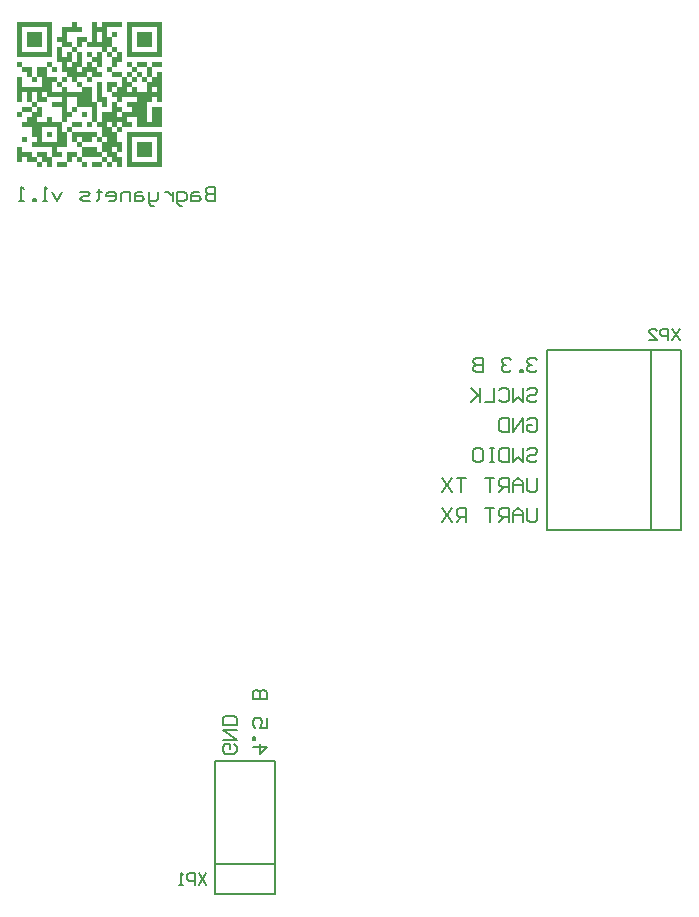
<source format=gbr>
G04*
G04 #@! TF.GenerationSoftware,Altium Limited,Altium Designer,24.3.1 (35)*
G04*
G04 Layer_Color=32896*
%FSAX25Y25*%
%MOIN*%
G70*
G04*
G04 #@! TF.SameCoordinates,A3C2EEE2-FC71-4F10-AF2F-9764D03318EB*
G04*
G04*
G04 #@! TF.FilePolarity,Positive*
G04*
G01*
G75*
%ADD11C,0.00787*%
G36*
X0042853Y0302165D02*
X0037856Y0302165D01*
X0037856Y0298834D01*
X0039521Y0298834D01*
X0039521Y0295502D01*
X0041187Y0295502D01*
X0041187Y0293837D01*
X0042853Y0293837D01*
X0042853Y0290506D01*
X0041187Y0290506D01*
X0041187Y0288840D01*
X0039521Y0288840D01*
X0039521Y0292171D01*
X0037856Y0292171D01*
X0037856Y0293837D01*
X0036190Y0293837D01*
X0036190Y0295502D01*
X0031193Y0295502D01*
X0031193Y0297168D01*
X0029528Y0297168D01*
X0029528Y0295502D01*
X0027862Y0295502D01*
X0027862Y0298001D01*
X0027862Y0298417D01*
X0027862Y0298834D01*
X0031193Y0298834D01*
X0031193Y0297168D01*
X0032859Y0297168D01*
X0032859Y0303831D01*
X0034524Y0303831D01*
X0034524Y0302165D01*
X0036190Y0302165D01*
X0036190Y0303831D01*
X0042853Y0303831D01*
X0042853Y0302165D01*
X0042853Y0302165D02*
G37*
G36*
X0041187Y0298834D02*
X0039521Y0298834D01*
X0039521Y0300499D01*
X0041187Y0300499D01*
X0041187Y0298834D01*
X0041187Y0298834D02*
G37*
G36*
X0056177Y0292171D02*
X0044518Y0292171D01*
X0044518Y0303831D01*
X0056177Y0303831D01*
X0056177Y0292171D01*
X0056177Y0292171D02*
G37*
G36*
X0036190Y0288840D02*
X0034524Y0288840D01*
X0034524Y0290506D01*
X0032859Y0290506D01*
X0032859Y0292171D01*
X0031193Y0292171D01*
X0031193Y0293837D01*
X0032859Y0293837D01*
X0032859Y0292171D01*
X0034524Y0292171D01*
X0034524Y0293837D01*
X0036190Y0293837D01*
X0036190Y0288840D01*
X0036190Y0288840D02*
G37*
G36*
X0019534Y0292171D02*
X0007875Y0292171D01*
X0007875Y0303831D01*
X0019534Y0303831D01*
X0019534Y0292171D01*
X0019534Y0292171D02*
G37*
G36*
X0027862Y0302165D02*
X0029528Y0302165D01*
X0029528Y0300499D01*
X0024531Y0300499D01*
X0024531Y0297168D01*
X0026196Y0297168D01*
X0026196Y0296335D01*
X0026196Y0295919D01*
X0026196Y0295502D01*
X0027862Y0295502D01*
X0027862Y0293837D01*
X0029528Y0293837D01*
X0029528Y0288840D01*
X0031193Y0288840D01*
X0031193Y0290506D01*
X0032859Y0290506D01*
X0032859Y0288840D01*
X0034524Y0288840D01*
X0034524Y0287174D01*
X0036190Y0287174D01*
X0036190Y0285509D01*
X0032859Y0285509D01*
X0032859Y0287174D01*
X0031193Y0287174D01*
X0031193Y0285509D01*
X0032859Y0285509D01*
X0032859Y0284260D01*
X0032859Y0283843D01*
X0031193Y0283843D01*
X0031193Y0285509D01*
X0027862Y0285509D01*
X0027862Y0283843D01*
X0029528Y0283843D01*
X0029528Y0282177D01*
X0032859Y0282177D01*
X0032859Y0277181D01*
X0034524Y0277181D01*
X0034524Y0270518D01*
X0036190Y0270518D01*
X0036190Y0273849D01*
X0039521Y0273849D01*
X0039521Y0277181D01*
X0041187Y0277181D01*
X0041187Y0275515D01*
X0042853Y0275515D01*
X0042853Y0273849D01*
X0046184Y0273849D01*
X0046184Y0275515D01*
X0044518Y0275515D01*
X0044518Y0277181D01*
X0047849Y0277181D01*
X0047849Y0278846D01*
X0042853Y0278846D01*
X0042853Y0277181D01*
X0041187Y0277181D01*
X0041187Y0278846D01*
X0039521Y0278846D01*
X0039521Y0280512D01*
X0037856Y0280512D01*
X0037856Y0280928D01*
X0037856Y0281345D01*
X0037856Y0283843D01*
X0041187Y0283843D01*
X0041187Y0282177D01*
X0042853Y0282177D01*
X0042853Y0285509D01*
X0039521Y0285509D01*
X0039521Y0287174D01*
X0037856Y0287174D01*
X0037856Y0288840D01*
X0039521Y0288840D01*
X0039521Y0288423D01*
X0039521Y0288007D01*
X0039521Y0287174D01*
X0042853Y0287174D01*
X0042853Y0286342D01*
X0042853Y0285925D01*
X0042853Y0285509D01*
X0044518Y0285509D01*
X0044518Y0283843D01*
X0046184Y0283843D01*
X0046184Y0282177D01*
X0047849Y0282177D01*
X0047849Y0280512D01*
X0051181Y0280512D01*
X0051181Y0283843D01*
X0049515Y0283843D01*
X0049515Y0285509D01*
X0047849Y0285509D01*
X0047849Y0287174D01*
X0046184Y0287174D01*
X0046184Y0288840D01*
X0044518Y0288840D01*
X0044518Y0290506D01*
X0046184Y0290506D01*
X0046184Y0289256D01*
X0046184Y0288840D01*
X0047849Y0288840D01*
X0047849Y0287174D01*
X0049515Y0287174D01*
X0049515Y0285509D01*
X0051181Y0285509D01*
X0051181Y0283843D01*
X0052846Y0283843D01*
X0052846Y0285509D01*
X0051181Y0285509D01*
X0051181Y0287174D01*
X0051181Y0287591D01*
X0051181Y0288840D01*
X0047849Y0288840D01*
X0047849Y0290506D01*
X0051181Y0290506D01*
X0051181Y0288840D01*
X0052846Y0288840D01*
X0052846Y0285509D01*
X0054512Y0285509D01*
X0054512Y0287174D01*
X0056177Y0287174D01*
X0056177Y0277181D01*
X0054512Y0277181D01*
X0054512Y0278846D01*
X0052846Y0278846D01*
X0052846Y0277181D01*
X0051181Y0277181D01*
X0051181Y0270518D01*
X0052846Y0270518D01*
X0052846Y0275515D01*
X0056177Y0275515D01*
X0056177Y0268852D01*
X0047849Y0268852D01*
X0047849Y0272184D01*
X0044518Y0272184D01*
X0044518Y0270518D01*
X0046184Y0270518D01*
X0046184Y0268852D01*
X0042853Y0268852D01*
X0042853Y0270518D01*
X0041187Y0270518D01*
X0041187Y0268852D01*
X0042853Y0268852D01*
X0042853Y0267187D01*
X0041187Y0267187D01*
X0041187Y0268852D01*
X0039521Y0268852D01*
X0039521Y0270518D01*
X0037856Y0270518D01*
X0037856Y0268852D01*
X0039521Y0268852D01*
X0039521Y0267187D01*
X0041187Y0267187D01*
X0041187Y0263856D01*
X0042853Y0263856D01*
X0042853Y0260524D01*
X0041187Y0260524D01*
X0041187Y0262190D01*
X0039521Y0262190D01*
X0039521Y0260524D01*
X0041187Y0260524D01*
X0041187Y0258859D01*
X0042853Y0258859D01*
X0042853Y0255527D01*
X0041187Y0255527D01*
X0041187Y0257193D01*
X0039521Y0257193D01*
X0039521Y0258859D01*
X0037856Y0258859D01*
X0037856Y0260524D01*
X0036190Y0260524D01*
X0036190Y0263856D01*
X0034524Y0263856D01*
X0034524Y0264272D01*
X0034524Y0264688D01*
X0034524Y0265521D01*
X0032859Y0265521D01*
X0032859Y0263856D01*
X0029528Y0263856D01*
X0029528Y0265521D01*
X0027862Y0265521D01*
X0027862Y0263856D01*
X0029528Y0263856D01*
X0029528Y0262190D01*
X0034524Y0262190D01*
X0034524Y0260524D01*
X0036190Y0260524D01*
X0036190Y0258859D01*
X0037856Y0258859D01*
X0037856Y0257193D01*
X0039521Y0257193D01*
X0039521Y0256360D01*
X0039521Y0255944D01*
X0039521Y0255527D01*
X0037856Y0255527D01*
X0037856Y0257193D01*
X0036190Y0257193D01*
X0036190Y0258026D01*
X0036190Y0258442D01*
X0036190Y0258859D01*
X0029528Y0258859D01*
X0029528Y0262190D01*
X0027862Y0262190D01*
X0027862Y0263439D01*
X0027862Y0263856D01*
X0026196Y0263856D01*
X0026196Y0267187D01*
X0024531Y0267187D01*
X0024531Y0268852D01*
X0026196Y0268852D01*
X0026196Y0267187D01*
X0034524Y0267187D01*
X0034524Y0265521D01*
X0036190Y0265521D01*
X0036190Y0263856D01*
X0037856Y0263856D01*
X0037856Y0265521D01*
X0036190Y0265521D01*
X0036190Y0268852D01*
X0034524Y0268852D01*
X0034524Y0270518D01*
X0032859Y0270518D01*
X0032859Y0275515D01*
X0027862Y0275515D01*
X0027862Y0278846D01*
X0024531Y0278846D01*
X0024531Y0273849D01*
X0026196Y0273849D01*
X0026196Y0272184D01*
X0024531Y0272184D01*
X0024531Y0270518D01*
X0022865Y0270518D01*
X0022865Y0275515D01*
X0019534Y0275515D01*
X0019534Y0277181D01*
X0022865Y0277181D01*
X0022865Y0278846D01*
X0017868Y0278846D01*
X0017868Y0280512D01*
X0016203Y0280512D01*
X0016203Y0278846D01*
X0017868Y0278846D01*
X0017868Y0277181D01*
X0014537Y0277181D01*
X0014537Y0280512D01*
X0012871Y0280512D01*
X0012871Y0277181D01*
X0014537Y0277181D01*
X0014537Y0275515D01*
X0016203Y0275515D01*
X0016203Y0272184D01*
X0014537Y0272184D01*
X0014537Y0270518D01*
X0017868Y0270518D01*
X0017868Y0272184D01*
X0019534Y0272184D01*
X0019534Y0270518D01*
X0022865Y0270518D01*
X0022865Y0267187D01*
X0024531Y0267187D01*
X0024531Y0262190D01*
X0021200Y0262190D01*
X0021200Y0260524D01*
X0022865Y0260524D01*
X0022865Y0259692D01*
X0022865Y0259275D01*
X0022865Y0258859D01*
X0019534Y0258859D01*
X0019534Y0262190D01*
X0012871Y0262190D01*
X0012871Y0263856D01*
X0014537Y0263856D01*
X0014537Y0265521D01*
X0012871Y0265521D01*
X0012871Y0268852D01*
X0009540Y0268852D01*
X0009540Y0270518D01*
X0011206Y0270518D01*
X0011206Y0272184D01*
X0012871Y0272184D01*
X0012871Y0273849D01*
X0009540Y0273849D01*
X0009540Y0275515D01*
X0012871Y0275515D01*
X0012871Y0273849D01*
X0014537Y0273849D01*
X0014537Y0275515D01*
X0012871Y0275515D01*
X0012871Y0277181D01*
X0011206Y0277181D01*
X0011206Y0280512D01*
X0009540Y0280512D01*
X0009540Y0277181D01*
X0007875Y0277181D01*
X0007875Y0285509D01*
X0009540Y0285509D01*
X0009540Y0282177D01*
X0016203Y0282177D01*
X0016203Y0285509D01*
X0014537Y0285509D01*
X0014537Y0288840D01*
X0017868Y0288840D01*
X0017868Y0285509D01*
X0021200Y0285509D01*
X0021200Y0283843D01*
X0022865Y0283843D01*
X0022865Y0282177D01*
X0024531Y0282177D01*
X0024531Y0280512D01*
X0029528Y0280512D01*
X0029528Y0282177D01*
X0027862Y0282177D01*
X0027862Y0282594D01*
X0027862Y0283010D01*
X0027862Y0283843D01*
X0026196Y0283843D01*
X0026196Y0285509D01*
X0024531Y0285509D01*
X0024531Y0287174D01*
X0022865Y0287174D01*
X0022865Y0290506D01*
X0021200Y0290506D01*
X0021200Y0295502D01*
X0022865Y0295502D01*
X0022865Y0292171D01*
X0024531Y0292171D01*
X0024531Y0293837D01*
X0026196Y0293837D01*
X0026196Y0290506D01*
X0027862Y0290506D01*
X0027862Y0293837D01*
X0026196Y0293837D01*
X0026196Y0295502D01*
X0022865Y0295502D01*
X0022865Y0297168D01*
X0021200Y0297168D01*
X0021200Y0298834D01*
X0022865Y0298834D01*
X0022865Y0302165D01*
X0026196Y0302165D01*
X0026196Y0303831D01*
X0027862Y0303831D01*
X0027862Y0302165D01*
X0027862Y0302165D02*
G37*
G36*
X0056177Y0289673D02*
X0056177Y0289256D01*
X0056177Y0288840D01*
X0052846Y0288840D01*
X0052846Y0290506D01*
X0056177Y0290506D01*
X0056177Y0289673D01*
X0056177Y0289673D02*
G37*
G36*
X0019534Y0288840D02*
X0021200Y0288840D01*
X0021200Y0288423D01*
X0021200Y0287174D01*
X0019534Y0287174D01*
X0019534Y0288840D01*
X0017868Y0288840D01*
X0017868Y0290506D01*
X0019534Y0290506D01*
X0019534Y0288840D01*
X0019534Y0288840D02*
G37*
G36*
X0046184Y0285509D02*
X0047849Y0285509D01*
X0047849Y0283843D01*
X0046184Y0283843D01*
X0046184Y0285509D01*
X0044518Y0285509D01*
X0044518Y0287174D01*
X0046184Y0287174D01*
X0046184Y0285509D01*
X0046184Y0285509D02*
G37*
G36*
X0024531Y0283843D02*
X0022865Y0283843D01*
X0022865Y0285509D01*
X0024531Y0285509D01*
X0024531Y0283843D01*
X0024531Y0283843D02*
G37*
G36*
X0009540Y0288840D02*
X0012871Y0288840D01*
X0012871Y0285509D01*
X0014537Y0285509D01*
X0014537Y0283843D01*
X0012871Y0283843D01*
X0012871Y0285509D01*
X0011206Y0285509D01*
X0011206Y0287174D01*
X0009540Y0287174D01*
X0009540Y0288840D01*
X0007875Y0288840D01*
X0007875Y0290506D01*
X0009540Y0290506D01*
X0009540Y0288840D01*
X0009540Y0288840D02*
G37*
G36*
X0036190Y0278846D02*
X0037856Y0278846D01*
X0037856Y0275515D01*
X0036190Y0275515D01*
X0036190Y0277181D01*
X0034524Y0277181D01*
X0034524Y0277597D01*
X0034524Y0278013D01*
X0034524Y0283843D01*
X0036190Y0283843D01*
X0036190Y0278846D01*
X0036190Y0278846D02*
G37*
G36*
X0027862Y0273849D02*
X0026196Y0273849D01*
X0026196Y0275515D01*
X0027862Y0275515D01*
X0027862Y0273849D01*
X0027862Y0273849D02*
G37*
G36*
X0031193Y0272184D02*
X0029528Y0272184D01*
X0029528Y0273849D01*
X0031193Y0273849D01*
X0031193Y0272184D01*
X0031193Y0272184D02*
G37*
G36*
X0009540Y0273433D02*
X0009540Y0272184D01*
X0007875Y0272184D01*
X0007875Y0273849D01*
X0009540Y0273849D01*
X0009540Y0273433D01*
X0009540Y0273433D02*
G37*
G36*
X0032859Y0268852D02*
X0031193Y0268852D01*
X0031193Y0270518D01*
X0032859Y0270518D01*
X0032859Y0268852D01*
X0032859Y0268852D02*
G37*
G36*
X0029528Y0268852D02*
X0026196Y0268852D01*
X0026196Y0270518D01*
X0029528Y0270518D01*
X0029528Y0268852D01*
X0029528Y0268852D02*
G37*
G36*
X0011206Y0263856D02*
X0009540Y0263856D01*
X0009540Y0265105D01*
X0009540Y0265521D01*
X0011206Y0265521D01*
X0011206Y0263856D01*
X0011206Y0263856D02*
G37*
G36*
X0056177Y0255527D02*
X0044518Y0255527D01*
X0044518Y0261357D01*
X0044518Y0261774D01*
X0044518Y0267187D01*
X0056177Y0267187D01*
X0056177Y0255527D01*
X0056177Y0255527D02*
G37*
G36*
X0036190Y0256777D02*
X0036190Y0255527D01*
X0032859Y0255527D01*
X0032859Y0257193D01*
X0036190Y0257193D01*
X0036190Y0256777D01*
X0036190Y0256777D02*
G37*
G36*
X0027862Y0258859D02*
X0029528Y0258859D01*
X0029528Y0258026D01*
X0029528Y0257610D01*
X0029528Y0257193D01*
X0031193Y0257193D01*
X0031193Y0255527D01*
X0029528Y0255527D01*
X0029528Y0257193D01*
X0027862Y0257193D01*
X0027862Y0258859D01*
X0026196Y0258859D01*
X0026196Y0257193D01*
X0024531Y0257193D01*
X0024531Y0260524D01*
X0027862Y0260524D01*
X0027862Y0258859D01*
X0027862Y0258859D02*
G37*
G36*
X0024531Y0255527D02*
X0021200Y0255527D01*
X0021200Y0257193D01*
X0024531Y0257193D01*
X0024531Y0255527D01*
X0024531Y0255527D02*
G37*
G36*
X0017868Y0258859D02*
X0019534Y0258859D01*
X0019534Y0255527D01*
X0017868Y0255527D01*
X0017868Y0257193D01*
X0016203Y0257193D01*
X0016203Y0258859D01*
X0014537Y0258859D01*
X0014537Y0260524D01*
X0017868Y0260524D01*
X0017868Y0258859D01*
X0017868Y0258859D02*
G37*
G36*
X0009540Y0260524D02*
X0012871Y0260524D01*
X0012871Y0258859D01*
X0014537Y0258859D01*
X0014537Y0257193D01*
X0016203Y0257193D01*
X0016203Y0255527D01*
X0014537Y0255527D01*
X0014537Y0257193D01*
X0011206Y0257193D01*
X0011206Y0258859D01*
X0009540Y0258859D01*
X0009540Y0257193D01*
X0007875Y0257193D01*
X0007875Y0262190D01*
X0009540Y0262190D01*
X0009540Y0260524D01*
X0009540Y0260524D02*
G37*
%LPC*%
G36*
X0036190Y0300499D02*
X0034524Y0300499D01*
X0034524Y0299250D01*
X0034524Y0298834D01*
X0034524Y0297168D01*
X0036190Y0297168D01*
X0036190Y0300499D01*
X0036190Y0300499D02*
G37*
G36*
X0039521Y0295502D02*
X0037856Y0295502D01*
X0037856Y0293837D01*
X0039521Y0293837D01*
X0039521Y0292171D01*
X0041187Y0292171D01*
X0041187Y0293837D01*
X0039521Y0293837D01*
X0039521Y0295502D01*
X0039521Y0295502D02*
G37*
G36*
X0054512Y0302165D02*
X0046184Y0302165D01*
X0046184Y0293837D01*
X0054512Y0293837D01*
X0054512Y0302165D01*
X0054512Y0302165D02*
G37*
%LPD*%
G36*
X0052846Y0295502D02*
X0047849Y0295502D01*
X0047849Y0300499D01*
X0052846Y0300499D01*
X0052846Y0295502D01*
X0052846Y0295502D02*
G37*
%LPC*%
G36*
X0017868Y0302165D02*
X0009540Y0302165D01*
X0009540Y0293837D01*
X0017868Y0293837D01*
X0017868Y0301748D01*
X0017868Y0302165D01*
X0017868Y0302165D02*
G37*
%LPD*%
G36*
X0016203Y0297584D02*
X0016203Y0297168D01*
X0016203Y0295502D01*
X0011206Y0295502D01*
X0011206Y0300499D01*
X0016203Y0300499D01*
X0016203Y0297584D01*
X0016203Y0297584D02*
G37*
%LPC*%
G36*
X0026196Y0290506D02*
X0024531Y0290506D01*
X0024531Y0288840D01*
X0026196Y0288840D01*
X0026196Y0290506D01*
X0026196Y0290506D02*
G37*
G36*
X0029528Y0288840D02*
X0027862Y0288840D01*
X0027862Y0287174D01*
X0029528Y0287174D01*
X0029528Y0288007D01*
X0029528Y0288423D01*
X0029528Y0288840D01*
X0029528Y0288840D02*
G37*
G36*
X0054512Y0282177D02*
X0052846Y0282177D01*
X0052846Y0281345D01*
X0052846Y0280928D01*
X0052846Y0280512D01*
X0054512Y0280512D01*
X0054512Y0282177D01*
X0054512Y0282177D02*
G37*
G36*
X0046184Y0282177D02*
X0044518Y0282177D01*
X0044518Y0280512D01*
X0046184Y0280512D01*
X0046184Y0282177D01*
X0046184Y0282177D02*
G37*
G36*
X0041187Y0282177D02*
X0039521Y0282177D01*
X0039521Y0280512D01*
X0041187Y0280512D01*
X0041187Y0282177D01*
X0041187Y0282177D02*
G37*
G36*
X0021200Y0283843D02*
X0019534Y0283843D01*
X0019534Y0280512D01*
X0022865Y0280512D01*
X0022865Y0282177D01*
X0021200Y0282177D01*
X0021200Y0283843D01*
X0021200Y0283843D02*
G37*
G36*
X0042853Y0273849D02*
X0041187Y0273849D01*
X0041187Y0272184D01*
X0042853Y0272184D01*
X0042853Y0273849D01*
X0042853Y0273849D02*
G37*
G36*
X0021200Y0268852D02*
X0016203Y0268852D01*
X0016203Y0267603D01*
X0016203Y0267187D01*
X0016203Y0263856D01*
X0021200Y0263856D01*
X0021200Y0268852D01*
X0021200Y0268852D02*
G37*
%LPD*%
G36*
X0019534Y0265521D02*
X0017868Y0265521D01*
X0017868Y0267187D01*
X0019534Y0267187D01*
X0019534Y0265521D01*
X0019534Y0265521D02*
G37*
%LPC*%
G36*
X0054512Y0265521D02*
X0046184Y0265521D01*
X0046184Y0257193D01*
X0054512Y0257193D01*
X0054512Y0265521D01*
X0054512Y0265521D02*
G37*
%LPD*%
G36*
X0052846Y0258859D02*
X0047849Y0258859D01*
X0047849Y0263856D01*
X0052846Y0263856D01*
X0052846Y0258859D01*
X0052846Y0258859D02*
G37*
D11*
X0073858Y0057323D02*
X0093858Y0057323D01*
X0073858Y0023110D02*
X0073858Y0057323D01*
X0093858Y0023110D02*
X0093858Y0057323D01*
X0184646Y0134488D02*
X0184646Y0194488D01*
X0219409Y0194488D01*
X0184646Y0134488D02*
X0219409Y0134488D01*
X0093858Y0013110D02*
X0093858Y0023110D01*
X0073858Y0023110D02*
X0093858Y0023110D01*
X0073858Y0013110D02*
X0073858Y0023110D01*
X0073858Y0013110D02*
X0093858Y0013110D01*
X0229409Y0134488D02*
X0229409Y0194488D01*
X0219409Y0134488D02*
X0229409Y0134488D01*
X0219409Y0134488D02*
X0219409Y0194488D01*
X0229409Y0194488D01*
X0074016Y0248817D02*
X0074016Y0244094D01*
X0071654Y0244094D01*
X0070867Y0244881D01*
X0070867Y0245668D01*
X0071654Y0246455D01*
X0074016Y0246455D01*
X0071654Y0246455D01*
X0070867Y0247243D01*
X0070867Y0248030D01*
X0071654Y0248817D01*
X0074016Y0248817D01*
X0068506Y0247243D02*
X0066931Y0247243D01*
X0066144Y0246455D01*
X0066144Y0244094D01*
X0068506Y0244094D01*
X0069293Y0244881D01*
X0068506Y0245668D01*
X0066144Y0245668D01*
X0062996Y0242520D02*
X0062209Y0242520D01*
X0061421Y0243307D01*
X0061421Y0247243D01*
X0063783Y0247243D01*
X0064570Y0246455D01*
X0064570Y0244881D01*
X0063783Y0244094D01*
X0061421Y0244094D01*
X0059847Y0247243D02*
X0059847Y0244094D01*
X0059847Y0245668D01*
X0059060Y0246455D01*
X0058273Y0247243D01*
X0057486Y0247243D01*
X0055124Y0247243D02*
X0055124Y0244881D01*
X0054337Y0244094D01*
X0051976Y0244094D01*
X0051976Y0243307D01*
X0052763Y0242520D01*
X0053550Y0242520D01*
X0051976Y0244094D02*
X0051976Y0247243D01*
X0049614Y0247243D02*
X0048040Y0247243D01*
X0047253Y0246455D01*
X0047253Y0244094D01*
X0049614Y0244094D01*
X0050401Y0244881D01*
X0049614Y0245668D01*
X0047253Y0245668D01*
X0045678Y0244094D02*
X0045678Y0247243D01*
X0043317Y0247243D01*
X0042530Y0246455D01*
X0042530Y0244094D01*
X0038594Y0244094D02*
X0040168Y0244094D01*
X0040956Y0244881D01*
X0040956Y0246455D01*
X0040168Y0247243D01*
X0038594Y0247243D01*
X0037807Y0246455D01*
X0037807Y0245668D01*
X0040956Y0245668D01*
X0035446Y0248030D02*
X0035446Y0247243D01*
X0036233Y0247243D01*
X0034658Y0247243D01*
X0035446Y0247243D01*
X0035446Y0244881D01*
X0034658Y0244094D01*
X0032297Y0244094D02*
X0029936Y0244094D01*
X0029148Y0244881D01*
X0029936Y0245668D01*
X0031510Y0245668D01*
X0032297Y0246455D01*
X0031510Y0247243D01*
X0029148Y0247243D01*
X0022851Y0247243D02*
X0021277Y0244094D01*
X0019703Y0247243D01*
X0018128Y0244094D02*
X0016554Y0244094D01*
X0017341Y0244094D01*
X0017341Y0248817D01*
X0018128Y0248030D01*
X0014193Y0244094D02*
X0014193Y0244881D01*
X0013405Y0244881D01*
X0013405Y0244094D01*
X0014193Y0244094D01*
X0010257Y0244094D02*
X0008683Y0244094D01*
X0009470Y0244094D01*
X0009470Y0248817D01*
X0010257Y0248030D01*
X0080433Y0062991D02*
X0081220Y0062204D01*
X0081220Y0060630D01*
X0080433Y0059842D01*
X0077284Y0059842D01*
X0076497Y0060630D01*
X0076497Y0062204D01*
X0077284Y0062991D01*
X0078858Y0062991D01*
X0078858Y0061417D01*
X0076497Y0064565D02*
X0081220Y0064565D01*
X0076497Y0067714D01*
X0081220Y0067714D01*
X0081220Y0069288D02*
X0076497Y0069288D01*
X0076497Y0071650D01*
X0077284Y0072437D01*
X0080433Y0072437D01*
X0081220Y0071650D01*
X0081220Y0069288D01*
X0086497Y0062204D02*
X0091220Y0062204D01*
X0088858Y0059842D01*
X0088858Y0062991D01*
X0086497Y0064565D02*
X0087284Y0064565D01*
X0087284Y0065352D01*
X0086497Y0065352D01*
X0086497Y0064565D01*
X0091220Y0071650D02*
X0091220Y0068501D01*
X0088858Y0068501D01*
X0089645Y0070075D01*
X0089645Y0070863D01*
X0088858Y0071650D01*
X0087284Y0071650D01*
X0086497Y0070863D01*
X0086497Y0069288D01*
X0087284Y0068501D01*
X0091220Y0077947D02*
X0086497Y0077947D01*
X0086497Y0080308D01*
X0087284Y0081095D01*
X0088071Y0081095D01*
X0088858Y0080308D01*
X0088858Y0077947D01*
X0088858Y0080308D01*
X0089645Y0081095D01*
X0090433Y0081095D01*
X0091220Y0080308D01*
X0091220Y0077947D01*
X0181299Y0141850D02*
X0181299Y0137914D01*
X0180512Y0137127D01*
X0178938Y0137127D01*
X0178151Y0137914D01*
X0178151Y0141850D01*
X0176576Y0137127D02*
X0176576Y0140275D01*
X0175002Y0141850D01*
X0173428Y0140275D01*
X0173428Y0137127D01*
X0173428Y0139488D01*
X0176576Y0139488D01*
X0171853Y0137127D02*
X0171853Y0141850D01*
X0169492Y0141850D01*
X0168705Y0141062D01*
X0168705Y0139488D01*
X0169492Y0138701D01*
X0171853Y0138701D01*
X0170279Y0138701D02*
X0168705Y0137127D01*
X0167131Y0141850D02*
X0163982Y0141850D01*
X0165556Y0141850D01*
X0165556Y0137127D01*
X0157685Y0137127D02*
X0157685Y0141850D01*
X0155323Y0141850D01*
X0154536Y0141062D01*
X0154536Y0139488D01*
X0155323Y0138701D01*
X0157685Y0138701D01*
X0156111Y0138701D02*
X0154536Y0137127D01*
X0152962Y0141850D02*
X0149813Y0137127D01*
X0149813Y0141850D02*
X0152962Y0137127D01*
X0181299Y0151849D02*
X0181299Y0147914D01*
X0180512Y0147127D01*
X0178938Y0147127D01*
X0178151Y0147914D01*
X0178151Y0151849D01*
X0176576Y0147127D02*
X0176576Y0150275D01*
X0175002Y0151849D01*
X0173428Y0150275D01*
X0173428Y0147127D01*
X0173428Y0149488D01*
X0176576Y0149488D01*
X0171853Y0147127D02*
X0171853Y0151849D01*
X0169492Y0151849D01*
X0168705Y0151062D01*
X0168705Y0149488D01*
X0169492Y0148701D01*
X0171853Y0148701D01*
X0170279Y0148701D02*
X0168705Y0147127D01*
X0167131Y0151849D02*
X0163982Y0151849D01*
X0165556Y0151849D01*
X0165556Y0147127D01*
X0157685Y0151849D02*
X0154536Y0151849D01*
X0156111Y0151849D01*
X0156111Y0147127D01*
X0152962Y0151849D02*
X0149813Y0147127D01*
X0149813Y0151849D02*
X0152962Y0147127D01*
X0178151Y0161062D02*
X0178938Y0161849D01*
X0180512Y0161849D01*
X0181299Y0161062D01*
X0181299Y0160275D01*
X0180512Y0159488D01*
X0178938Y0159488D01*
X0178151Y0158701D01*
X0178151Y0157914D01*
X0178938Y0157127D01*
X0180512Y0157127D01*
X0181299Y0157914D01*
X0176576Y0161849D02*
X0176576Y0157127D01*
X0175002Y0158701D01*
X0173428Y0157127D01*
X0173428Y0161849D01*
X0171853Y0161849D02*
X0171853Y0157127D01*
X0169492Y0157127D01*
X0168705Y0157914D01*
X0168705Y0161062D01*
X0169492Y0161849D01*
X0171853Y0161849D01*
X0167131Y0161849D02*
X0165556Y0161849D01*
X0166343Y0161849D01*
X0166343Y0157127D01*
X0167131Y0157127D01*
X0165556Y0157127D01*
X0160833Y0161849D02*
X0162408Y0161849D01*
X0163195Y0161062D01*
X0163195Y0157914D01*
X0162408Y0157127D01*
X0160833Y0157127D01*
X0160046Y0157914D01*
X0160046Y0161062D01*
X0160833Y0161849D01*
X0178151Y0171062D02*
X0178938Y0171850D01*
X0180512Y0171850D01*
X0181299Y0171062D01*
X0181299Y0167914D01*
X0180512Y0167127D01*
X0178938Y0167127D01*
X0178151Y0167914D01*
X0178151Y0169488D01*
X0179725Y0169488D01*
X0176576Y0167127D02*
X0176576Y0171850D01*
X0173428Y0167127D01*
X0173428Y0171850D01*
X0171853Y0171850D02*
X0171853Y0167127D01*
X0169492Y0167127D01*
X0168705Y0167914D01*
X0168705Y0171062D01*
X0169492Y0171850D01*
X0171853Y0171850D01*
X0178151Y0181062D02*
X0178938Y0181850D01*
X0180512Y0181850D01*
X0181299Y0181062D01*
X0181299Y0180275D01*
X0180512Y0179488D01*
X0178938Y0179488D01*
X0178151Y0178701D01*
X0178151Y0177914D01*
X0178938Y0177127D01*
X0180512Y0177127D01*
X0181299Y0177914D01*
X0176576Y0181850D02*
X0176576Y0177127D01*
X0175002Y0178701D01*
X0173428Y0177127D01*
X0173428Y0181850D01*
X0168705Y0181062D02*
X0169492Y0181850D01*
X0171066Y0181850D01*
X0171853Y0181062D01*
X0171853Y0177914D01*
X0171066Y0177127D01*
X0169492Y0177127D01*
X0168705Y0177914D01*
X0167131Y0181850D02*
X0167131Y0177127D01*
X0163982Y0177127D01*
X0162408Y0181850D02*
X0162408Y0177127D01*
X0162408Y0178701D01*
X0159259Y0181850D01*
X0161620Y0179488D01*
X0159259Y0177127D01*
X0181299Y0191062D02*
X0180512Y0191850D01*
X0178938Y0191850D01*
X0178151Y0191062D01*
X0178151Y0190275D01*
X0178938Y0189488D01*
X0179725Y0189488D01*
X0178938Y0189488D01*
X0178151Y0188701D01*
X0178151Y0187914D01*
X0178938Y0187127D01*
X0180512Y0187127D01*
X0181299Y0187914D01*
X0176576Y0187127D02*
X0176576Y0187914D01*
X0175789Y0187914D01*
X0175789Y0187127D01*
X0176576Y0187127D01*
X0172641Y0191062D02*
X0171853Y0191850D01*
X0170279Y0191850D01*
X0169492Y0191062D01*
X0169492Y0190275D01*
X0170279Y0189488D01*
X0171066Y0189488D01*
X0170279Y0189488D01*
X0169492Y0188701D01*
X0169492Y0187914D01*
X0170279Y0187127D01*
X0171853Y0187127D01*
X0172641Y0187914D01*
X0163195Y0191850D02*
X0163195Y0187127D01*
X0160833Y0187127D01*
X0160046Y0187914D01*
X0160046Y0188701D01*
X0160833Y0189488D01*
X0163195Y0189488D01*
X0160833Y0189488D01*
X0160046Y0190275D01*
X0160046Y0191062D01*
X0160833Y0191850D01*
X0163195Y0191850D01*
X0229035Y0201592D02*
X0226412Y0197656D01*
X0226412Y0201592D02*
X0229035Y0197656D01*
X0225100Y0197656D02*
X0225100Y0201592D01*
X0223132Y0201592D01*
X0222476Y0200936D01*
X0222476Y0199624D01*
X0223132Y0198968D01*
X0225100Y0198968D01*
X0218540Y0197656D02*
X0221164Y0197656D01*
X0218540Y0200280D01*
X0218540Y0200936D01*
X0219196Y0201592D01*
X0220508Y0201592D01*
X0221164Y0200936D01*
X0071127Y0020078D02*
X0068503Y0016142D01*
X0068503Y0020078D02*
X0071127Y0016142D01*
X0067191Y0016142D02*
X0067191Y0020078D01*
X0065223Y0020078D01*
X0064568Y0019422D01*
X0064568Y0018110D01*
X0065223Y0017454D01*
X0067191Y0017454D01*
X0063256Y0016142D02*
X0061944Y0016142D01*
X0062600Y0016142D01*
X0062600Y0020078D01*
X0063256Y0019422D01*
M02*

</source>
